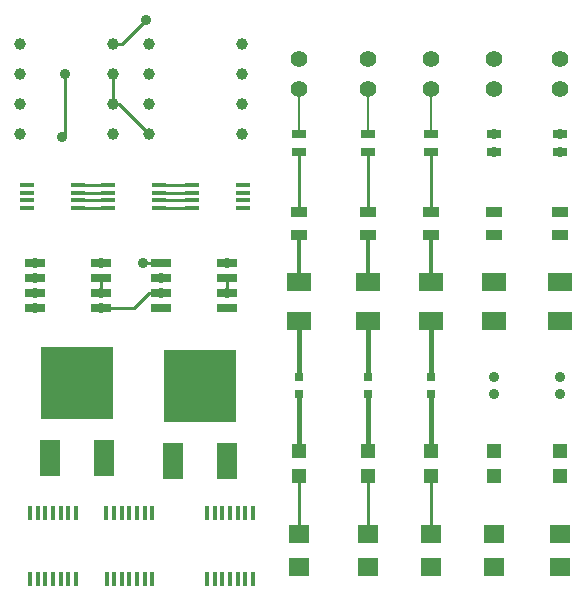
<source format=gtl>
G04 (created by PCBNEW (2013-07-07 BZR 4022)-stable) date 1/30/2014 9:36:02 PM*
%MOIN*%
G04 Gerber Fmt 3.4, Leading zero omitted, Abs format*
%FSLAX34Y34*%
G01*
G70*
G90*
G04 APERTURE LIST*
%ADD10C,0.00590551*%
%ADD11R,0.08X0.06*%
%ADD12R,0.055X0.035*%
%ADD13R,0.045X0.025*%
%ADD14C,0.055*%
%ADD15R,0.05X0.015*%
%ADD16R,0.0709X0.0629*%
%ADD17R,0.0472X0.0472*%
%ADD18R,0.0314X0.0314*%
%ADD19C,0.0393701*%
%ADD20R,0.0688976X0.0255906*%
%ADD21R,0.065X0.12*%
%ADD22R,0.24X0.24*%
%ADD23R,0.0118X0.0512*%
%ADD24C,0.035*%
%ADD25C,0.01*%
%ADD26C,0.016*%
%ADD27C,0.018*%
%ADD28C,0.008*%
%ADD29C,0.014*%
G04 APERTURE END LIST*
G54D10*
G54D11*
X86200Y-55750D03*
X86200Y-57050D03*
X90600Y-55750D03*
X90600Y-57050D03*
X92700Y-55750D03*
X92700Y-57050D03*
X88500Y-55750D03*
X88500Y-57050D03*
X94900Y-55750D03*
X94900Y-57050D03*
G54D12*
X88500Y-53425D03*
X88500Y-54175D03*
X86200Y-53425D03*
X86200Y-54175D03*
X94900Y-53425D03*
X94900Y-54175D03*
X92700Y-53425D03*
X92700Y-54175D03*
X90600Y-53425D03*
X90600Y-54175D03*
G54D13*
X94900Y-50800D03*
X94900Y-51400D03*
X92700Y-50800D03*
X92700Y-51400D03*
X90600Y-50800D03*
X90600Y-51400D03*
X88500Y-50800D03*
X88500Y-51400D03*
X86200Y-50800D03*
X86200Y-51400D03*
G54D14*
X92700Y-48300D03*
X92700Y-49300D03*
X88500Y-48300D03*
X88500Y-49300D03*
X86200Y-48300D03*
X86200Y-49300D03*
X90600Y-48300D03*
X90600Y-49300D03*
X94900Y-48300D03*
X94900Y-49300D03*
G54D15*
X82650Y-52516D03*
X82650Y-52772D03*
X82650Y-53028D03*
X82650Y-53284D03*
X84350Y-53284D03*
X84350Y-53028D03*
X84350Y-52772D03*
X84350Y-52516D03*
X79850Y-52516D03*
X79850Y-52772D03*
X79850Y-53028D03*
X79850Y-53284D03*
X81550Y-53284D03*
X81550Y-53028D03*
X81550Y-52772D03*
X81550Y-52516D03*
G54D16*
X86200Y-64141D03*
X86200Y-65259D03*
X88500Y-64141D03*
X88500Y-65259D03*
X90600Y-64141D03*
X90600Y-65259D03*
X94900Y-64141D03*
X94900Y-65259D03*
X92700Y-64141D03*
X92700Y-65259D03*
G54D17*
X94900Y-61387D03*
X94900Y-62213D03*
X90600Y-61387D03*
X90600Y-62213D03*
X92700Y-61387D03*
X92700Y-62213D03*
X88500Y-61387D03*
X88500Y-62213D03*
X86200Y-61387D03*
X86200Y-62213D03*
G54D18*
X94900Y-58905D03*
X94900Y-59495D03*
X90600Y-58905D03*
X90600Y-59495D03*
X92700Y-58905D03*
X92700Y-59495D03*
X88500Y-58905D03*
X88500Y-59495D03*
X86200Y-58905D03*
X86200Y-59495D03*
G54D19*
X81200Y-47800D03*
X81200Y-48800D03*
X81200Y-49800D03*
X81200Y-50800D03*
X84300Y-50800D03*
X84300Y-49800D03*
X84300Y-48800D03*
X84300Y-47800D03*
X76900Y-47800D03*
X76900Y-48800D03*
X76900Y-49800D03*
X76900Y-50800D03*
X80000Y-50800D03*
X80000Y-49800D03*
X80000Y-48800D03*
X80000Y-47800D03*
G54D15*
X77150Y-52516D03*
X77150Y-52772D03*
X77150Y-53028D03*
X77150Y-53284D03*
X78850Y-53284D03*
X78850Y-53028D03*
X78850Y-52772D03*
X78850Y-52516D03*
G54D20*
X81600Y-55100D03*
X81600Y-55600D03*
X81600Y-56100D03*
X81600Y-56600D03*
X83804Y-56600D03*
X83804Y-56100D03*
X83804Y-55600D03*
X83804Y-55100D03*
X77400Y-55100D03*
X77400Y-55600D03*
X77400Y-56100D03*
X77400Y-56600D03*
X79604Y-56600D03*
X79604Y-56100D03*
X79604Y-55600D03*
X79604Y-55100D03*
G54D21*
X77900Y-61600D03*
G54D22*
X78800Y-59100D03*
G54D21*
X79700Y-61600D03*
X82000Y-61700D03*
G54D22*
X82900Y-59200D03*
G54D21*
X83800Y-61700D03*
G54D23*
X77240Y-65650D03*
X77490Y-65650D03*
X77750Y-65650D03*
X78000Y-65650D03*
X78260Y-65650D03*
X78515Y-65650D03*
X78770Y-65650D03*
X78770Y-63450D03*
X78515Y-63450D03*
X78260Y-63450D03*
X78000Y-63450D03*
X77745Y-63450D03*
X77490Y-63450D03*
X77235Y-63450D03*
X79790Y-65650D03*
X80040Y-65650D03*
X80300Y-65650D03*
X80550Y-65650D03*
X80810Y-65650D03*
X81065Y-65650D03*
X81320Y-65650D03*
X81320Y-63450D03*
X81065Y-63450D03*
X80810Y-63450D03*
X80550Y-63450D03*
X80295Y-63450D03*
X80040Y-63450D03*
X79785Y-63450D03*
X83140Y-65650D03*
X83390Y-65650D03*
X83650Y-65650D03*
X83900Y-65650D03*
X84160Y-65650D03*
X84415Y-65650D03*
X84670Y-65650D03*
X84670Y-63450D03*
X84415Y-63450D03*
X84160Y-63450D03*
X83900Y-63450D03*
X83645Y-63450D03*
X83390Y-63450D03*
X83135Y-63450D03*
G54D24*
X77400Y-55100D03*
X81200Y-47800D03*
X76900Y-47800D03*
X81000Y-55100D03*
X94900Y-65259D03*
X92700Y-65259D03*
X90600Y-65259D03*
X88500Y-65259D03*
X86200Y-65259D03*
X92700Y-57050D03*
X92700Y-58900D03*
X94900Y-57050D03*
X94900Y-58900D03*
X94900Y-59495D03*
X94900Y-61300D03*
X92700Y-59495D03*
X92700Y-61400D03*
X76900Y-49800D03*
X80000Y-49800D03*
X94900Y-62213D03*
X94900Y-64100D03*
X92700Y-49300D03*
X92700Y-50800D03*
X94900Y-49300D03*
X94900Y-50800D03*
X77400Y-56600D03*
X79600Y-56600D03*
X81600Y-56100D03*
X83800Y-56100D03*
X94900Y-51400D03*
X94900Y-53400D03*
X94900Y-54175D03*
X92700Y-51400D03*
X92700Y-53400D03*
X92700Y-54175D03*
X92700Y-55700D03*
X92700Y-62213D03*
X92700Y-64100D03*
X77400Y-56100D03*
X79600Y-56100D03*
X78300Y-50900D03*
X78400Y-48800D03*
X81200Y-48800D03*
X76900Y-48800D03*
X77400Y-55600D03*
X81600Y-55600D03*
X79604Y-55100D03*
X84300Y-47800D03*
X81100Y-47000D03*
X83804Y-55100D03*
G54D25*
X81600Y-55100D02*
X81000Y-55100D01*
G54D26*
X86200Y-57050D02*
X86200Y-58905D01*
X88500Y-57050D02*
X88500Y-58905D01*
X90600Y-57050D02*
X90600Y-58905D01*
X92700Y-58905D02*
X92700Y-58900D01*
X94900Y-58905D02*
X94900Y-58900D01*
G54D27*
X94900Y-61387D02*
X94900Y-61300D01*
X92700Y-61387D02*
X92700Y-61400D01*
X90600Y-59495D02*
X90600Y-61387D01*
X88500Y-59495D02*
X88500Y-61387D01*
X86200Y-59495D02*
X86200Y-61387D01*
G54D25*
X81550Y-52516D02*
X82650Y-52516D01*
X80000Y-49800D02*
X80200Y-49800D01*
X80200Y-49800D02*
X81200Y-50800D01*
X80000Y-49800D02*
X80000Y-48800D01*
X78850Y-53028D02*
X79850Y-53028D01*
X78850Y-52772D02*
X79850Y-52772D01*
X78850Y-52516D02*
X79850Y-52516D01*
X78850Y-53284D02*
X79850Y-53284D01*
X81550Y-52772D02*
X82650Y-52772D01*
X81550Y-53028D02*
X82650Y-53028D01*
X81550Y-53284D02*
X82650Y-53284D01*
X94900Y-64141D02*
X94900Y-64100D01*
G54D28*
X88500Y-49300D02*
X88500Y-50800D01*
X86200Y-49300D02*
X86200Y-50800D01*
G54D25*
X79604Y-56600D02*
X79600Y-56600D01*
X79604Y-56600D02*
X80700Y-56600D01*
X80700Y-56600D02*
X81200Y-56100D01*
X81200Y-56100D02*
X81600Y-56100D01*
X83800Y-56100D02*
X83804Y-56100D01*
X83804Y-56100D02*
X83804Y-55600D01*
G54D28*
X90600Y-49300D02*
X90600Y-50800D01*
G54D29*
X86200Y-54175D02*
X86200Y-55750D01*
G54D25*
X94900Y-53425D02*
X94900Y-53400D01*
X92700Y-53425D02*
X92700Y-53400D01*
G54D29*
X92700Y-55750D02*
X92700Y-55700D01*
G54D25*
X90600Y-51400D02*
X90600Y-53425D01*
G54D29*
X90600Y-54175D02*
X90600Y-55750D01*
G54D25*
X88500Y-51400D02*
X88500Y-53425D01*
G54D29*
X88500Y-54175D02*
X88500Y-55750D01*
G54D25*
X86200Y-51400D02*
X86200Y-53425D01*
X92700Y-64141D02*
X92700Y-64100D01*
X86200Y-62213D02*
X86200Y-64141D01*
X88500Y-62213D02*
X88500Y-64141D01*
X90600Y-62213D02*
X90600Y-64141D01*
X79604Y-56100D02*
X79600Y-56100D01*
X79604Y-56100D02*
X79604Y-55600D01*
X78300Y-50900D02*
X78400Y-50800D01*
X78400Y-50800D02*
X78400Y-48800D01*
X80300Y-47800D02*
X80000Y-47800D01*
X81100Y-47000D02*
X80300Y-47800D01*
M02*

</source>
